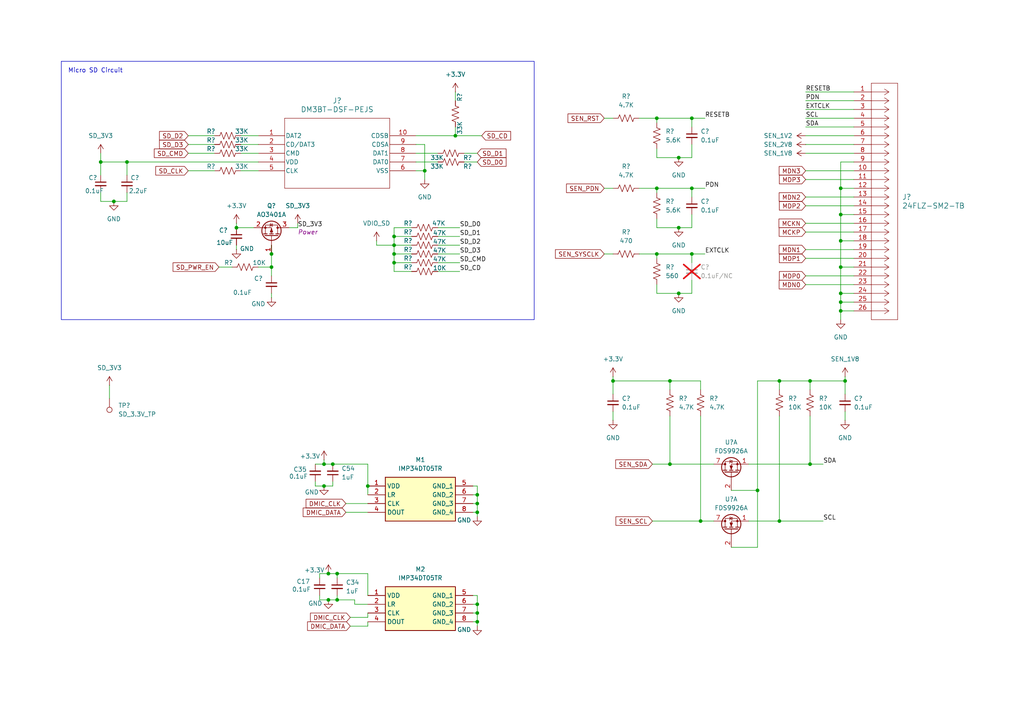
<source format=kicad_sch>
(kicad_sch (version 20250114) (generator "eeschema") (generator_version "9.0")
  (paper "A4")
  (title_block (title "SD CARD /Vidio / Audio / USB"))
  (lib_symbols
    (symbol "2026-01-04_18-57-42:24FLZ-SM2-TB" (pin_names (offset 0.254))
      (property "Reference" "U" (at 8.89 6.35 0))
      (property "Value" "24FLZ-SM2-TB" (at 0 0 0))
      (symbol "24FLZ-SM2-TB_0_1"
        (pin unspecified line (at 0 0 0) (length 5.08) (name "") (number "1"))
        (pin unspecified line (at 0 -2.54 0) (length 5.08) (name "") (number "2"))
        (pin unspecified line (at 0 -5.08 0) (length 5.08) (name "") (number "3"))
        (pin unspecified line (at 0 -7.62 0) (length 5.08) (name "") (number "4"))
        (pin unspecified line (at 0 -10.16 0) (length 5.08) (name "") (number "5"))
        (pin unspecified line (at 0 -12.7 0) (length 5.08) (name "") (number "6"))
        (pin unspecified line (at 0 -15.24 0) (length 5.08) (name "") (number "7"))
        (pin unspecified line (at 0 -17.78 0) (length 5.08) (name "") (number "8"))
        (pin unspecified line (at 0 -20.32 0) (length 5.08) (name "") (number "9"))
        (pin unspecified line (at 0 -22.86 0) (length 5.08) (name "") (number "10"))
        (pin unspecified line (at 0 -25.4 0) (length 5.08) (name "") (number "11"))
        (pin unspecified line (at 0 -27.94 0) (length 5.08) (name "") (number "12"))
        (pin unspecified line (at 0 -30.48 0) (length 5.08) (name "") (number "13"))
        (pin unspecified line (at 0 -33.02 0) (length 5.08) (name "") (number "14"))
        (pin unspecified line (at 0 -35.56 0) (length 5.08) (name "") (number "15"))
        (pin unspecified line (at 0 -38.1 0) (length 5.08) (name "") (number "16"))
        (pin unspecified line (at 0 -40.64 0) (length 5.08) (name "") (number "17"))
        (pin unspecified line (at 0 -43.18 0) (length 5.08) (name "") (number "18"))
        (pin unspecified line (at 0 -45.72 0) (length 5.08) (name "") (number "19"))
        (pin unspecified line (at 0 -48.26 0) (length 5.08) (name "") (number "20"))
        (pin unspecified line (at 0 -50.8 0) (length 5.08) (name "") (number "21"))
        (pin unspecified line (at 0 -53.34 0) (length 5.08) (name "") (number "22"))
        (pin unspecified line (at 0 -55.88 0) (length 5.08) (name "") (number "23"))
        (pin unspecified line (at 0 -58.42 0) (length 5.08) (name "") (number "24"))
        (pin unspecified line (at 0 -60.96 0) (length 5.08) (name "") (number "25"))
        (pin unspecified line (at 0 -63.5 0) (length 5.08) (name "") (number "26"))
      )
    )
    (symbol "2026-01-21_09-53-59:DM3BT-DSF-PEJS" (pin_names (offset 0.254))
      (property "Reference" "J" (at 22.86 10.16 0))
      (property "Value" "DM3BT-DSF-PEJS" (at 22.86 7.62 0))
      (symbol "DM3BT-DSF-PEJS_0_1"
        (pin bidirectional line (at 0 0 0) (length 7.62) (name "DAT2") (number "1"))
        (pin bidirectional line (at 0 -2.54 0) (length 7.62) (name "CD/DAT3") (number "2"))
        (pin unspecified line (at 0 -5.08 0) (length 7.62) (name "CMD") (number "3"))
        (pin power_in line (at 0 -7.62 0) (length 7.62) (name "VDD") (number "4"))
        (pin unspecified line (at 0 -10.16 0) (length 7.62) (name "CLK") (number "5"))
        (pin unspecified line (at 45.72 0 180) (length 7.62) (name "CDSB") (number "10"))
        (pin unspecified line (at 45.72 -2.54 180) (length 7.62) (name "CDSA") (number "9"))
        (pin bidirectional line (at 45.72 -5.08 180) (length 7.62) (name "DAT1") (number "8"))
        (pin bidirectional line (at 45.72 -7.62 180) (length 7.62) (name "DAT0") (number "7"))
        (pin power_out line (at 45.72 -10.16 180) (length 7.62) (name "VSS") (number "6"))
      )
    )
    (symbol "Connector:TestPoint" (pin_numbers (hide yes)) (pin_names (offset 0.762) (hide yes))
      (property "Reference" "TP" (at 0 6.858 0))
      (property "Value" "TestPoint" (at 0 5.08 0))
      (symbol "TestPoint_1_1"
        (pin passive line (at 0 0 90) (length 2.54) (name "1") (number "1"))
      )
    )
    (symbol "Device:C_Small" (pin_numbers (hide yes)) (pin_names (offset 0.254) (hide yes))
      (property "Reference" "C" (at 0.254 1.778 0))
      (property "Value" "C_Small" (at 0.254 -2.032 0))
      (symbol "C_Small_1_1"
        (pin passive line (at 0 2.54 270) (length 2.032) (name "~") (number "1"))
        (pin passive line (at 0 -2.54 90) (length 2.032) (name "~") (number "2"))
      )
    )
    (symbol "Device:R_US" (pin_numbers (hide yes)) (pin_names (offset 0))
      (property "Reference" "R" (at 2.54 0 90))
      (property "Value" "R_US" (at -2.54 0 90))
      (symbol "R_US_1_1"
        (pin passive line (at 0 3.81 270) (length 1.27) (name "~") (number "1"))
        (pin passive line (at 0 -3.81 90) (length 1.27) (name "~") (number "2"))
      )
    )
    (symbol "IMP34DT05TR:IMP34DT05TR"
      (property "Reference" "MK" (at 26.67 7.62 0))
      (property "Value" "IMP34DT05TR" (at 26.67 5.08 0))
      (symbol "IMP34DT05TR_1_1"
        (pin passive line (at 0 0 0) (length 5.08) (name "VDD") (number "1"))
        (pin passive line (at 0 -2.54 0) (length 5.08) (name "LR") (number "2"))
        (pin passive line (at 0 -5.08 0) (length 5.08) (name "CLK") (number "3"))
        (pin passive line (at 0 -7.62 0) (length 5.08) (name "DOUT") (number "4"))
        (pin passive line (at 30.48 0 180) (length 5.08) (name "GND_1") (number "5"))
        (pin passive line (at 30.48 -2.54 180) (length 5.08) (name "GND_2") (number "6"))
        (pin passive line (at 30.48 -5.08 180) (length 5.08) (name "GND_3") (number "7"))
        (pin passive line (at 30.48 -7.62 180) (length 5.08) (name "GND_4") (number "8"))
      )
    )
    (symbol "Transistor_FET:AO3401A" (pin_names (hide yes))
      (property "Reference" "Q" (at 5.08 1.905 0))
      (property "Value" "AO3401A" (at 5.08 0 0))
      (symbol "AO3401A_1_1"
        (pin input line (at -5.08 0 0) (length 2.54) (name "G") (number "1"))
        (pin passive line (at 2.54 5.08 270) (length 2.54) (name "D") (number "3"))
        (pin passive line (at 2.54 -5.08 90) (length 2.54) (name "S") (number "2"))
      )
    )
    (symbol "Transistor_FET:FDS9926A" (pin_names (hide yes))
      (property "Reference" "Q" (at 5.08 1.905 0))
      (property "Value" "FDS9926A" (at 5.08 0 0))
      (symbol "FDS9926A_1_1"
        (pin passive line (at -5.08 0 0) (length 2.54) (name "G1") (number "2"))
        (pin passive line (at 2.54 5.08 270) (length 2.54) (name "D1") (number "7"))
        (pin passive line (at 2.54 5.08 270) (length 2.54) (hide yes) (name "D1") (number "8"))
        (pin passive line (at 2.54 -5.08 90) (length 2.54) (name "S1") (number "1"))
      )
      (symbol "FDS9926A_2_1"
        (pin passive line (at -5.08 0 0) (length 2.54) (name "G2") (number "4"))
        (pin passive line (at 2.54 5.08 270) (length 2.54) (name "D2") (number "5"))
        (pin passive line (at 2.54 5.08 270) (length 2.54) (hide yes) (name "D2") (number "6"))
        (pin passive line (at 2.54 -5.08 90) (length 2.54) (name "S2") (number "3"))
      )
    )
    (symbol "power:+3.3V" (power) (pin_numbers (hide yes)) (pin_names (offset 0) (hide yes))
      (property "Value" "+3.3V" (at 0 3.556 0))
      (symbol "+3.3V_1_1"
        (pin power_in line (at 0 0 90) (length 0) (name "~") (number "1"))
      )
    )
    (symbol "power:GND" (power) (pin_numbers (hide yes)) (pin_names (offset 0) (hide yes))
      (property "Value" "GND" (at 0 -3.81 0))
      (symbol "GND_1_1"
        (pin power_in line (at 0 0 270) (length 0) (name "~") (number "1"))
      )
    )
    (symbol "power:VD" (power) (pin_numbers (hide yes)) (pin_names (offset 0) (hide yes))
      (property "Value" "VD" (at 0 3.556 0))
      (symbol "VD_1_1"
        (pin power_in line (at 0 0 90) (length 0) (name "~") (number "1"))
      )
    )
  )
  (rectangle (start 17.78 17.78) (end 154.94 92.71))
  (text "Micro SD Circuit" (at 27.686 20.574 0) (effects (font (size 1.27 1.27))))
  (junction (at 68.58 66.04))
  (junction (at 243.84 62.23))
  (junction (at 97.79 173.99))
  (junction (at 78.74 73.66))
  (junction (at 138.43 180.34))
  (junction (at 190.5 73.66))
  (junction (at 200.66 34.29))
  (junction (at 138.43 175.26))
  (junction (at 97.79 166.37))
  (junction (at 123.19 49.53))
  (junction (at 194.31 110.49))
  (junction (at 138.43 146.05))
  (junction (at 196.85 85.09))
  (junction (at 96.52 134.62))
  (junction (at 243.84 90.17))
  (junction (at 33.02 58.42))
  (junction (at 200.66 73.66))
  (junction (at 95.25 173.99))
  (junction (at 93.98 140.97))
  (junction (at 114.3 68.58))
  (junction (at 78.74 77.47))
  (junction (at 196.85 45.72))
  (junction (at 132.08 39.37))
  (junction (at 243.84 54.61))
  (junction (at 200.66 54.61))
  (junction (at 196.85 66.04))
  (junction (at 243.84 69.85))
  (junction (at 234.95 110.49))
  (junction (at 245.11 110.49))
  (junction (at 190.5 34.29))
  (junction (at 95.25 166.37))
  (junction (at 226.06 151.13))
  (junction (at 226.06 110.49))
  (junction (at 93.98 134.62))
  (junction (at 177.8 110.49))
  (junction (at 138.43 143.51))
  (junction (at 243.84 85.09))
  (junction (at 106.68 140.97))
  (junction (at 114.3 76.2))
  (junction (at 29.21 46.99))
  (junction (at 194.31 134.62))
  (junction (at 114.3 73.66))
  (junction (at 219.71 142.24))
  (junction (at 36.83 46.99))
  (junction (at 203.2 151.13))
  (junction (at 114.3 71.12))
  (junction (at 243.84 87.63))
  (junction (at 243.84 77.47))
  (junction (at 138.43 148.59))
  (junction (at 138.43 177.8))
  (junction (at 234.95 134.62))
  (junction (at 190.5 54.61))
  (wire (pts (xy 200.66 54.61) (xy 200.66 57.15)))
  (wire (pts (xy 132.08 36.83) (xy 132.08 39.37)))
  (wire (pts (xy 78.74 73.66) (xy 78.74 77.47)))
  (wire (pts (xy 190.5 34.29) (xy 190.5 35.56)))
  (wire (pts (xy 138.43 44.45) (xy 134.62 44.45)))
  (wire (pts (xy 36.83 46.99) (xy 36.83 50.8)))
  (wire (pts (xy 91.44 140.97) (xy 93.98 140.97)))
  (wire (pts (xy 137.16 172.72) (xy 138.43 172.72)))
  (wire (pts (xy 54.61 44.45) (xy 62.23 44.45)))
  (wire (pts (xy 54.61 49.53) (xy 62.23 49.53)))
  (wire (pts (xy 196.85 45.72) (xy 200.66 45.72)))
  (wire (pts (xy 91.44 139.7) (xy 91.44 140.97)))
  (wire (pts (xy 114.3 68.58) (xy 114.3 66.04)))
  (wire (pts (xy 93.98 134.62) (xy 96.52 134.62)))
  (wire (pts (xy 132.08 26.67) (xy 132.08 29.21)))
  (wire (pts (xy 127 68.58) (xy 133.35 68.58)))
  (wire (pts (xy 243.84 87.63) (xy 247.65 87.63)))
  (wire (pts (xy 137.16 143.51) (xy 138.43 143.51)))
  (wire (pts (xy 233.68 52.07) (xy 247.65 52.07)))
  (wire (pts (xy 137.16 180.34) (xy 138.43 180.34)))
  (wire (pts (xy 203.2 151.13) (xy 207.01 151.13)))
  (wire (pts (xy 36.83 46.99) (xy 29.21 46.99)))
  (wire (pts (xy 138.43 175.26) (xy 138.43 177.8)))
  (wire (pts (xy 114.3 73.66) (xy 114.3 71.12)))
  (wire (pts (xy 106.68 140.97) (xy 106.68 134.62)))
  (wire (pts (xy 97.79 173.99) (xy 95.25 173.99)))
  (wire (pts (xy 127 66.04) (xy 133.35 66.04)))
  (wire (pts (xy 175.26 54.61) (xy 177.8 54.61)))
  (wire (pts (xy 196.85 66.04) (xy 200.66 66.04)))
  (wire (pts (xy 93.98 133.35) (xy 93.98 134.62)))
  (wire (pts (xy 200.66 73.66) (xy 200.66 76.2)))
  (wire (pts (xy 78.74 71.12) (xy 78.74 73.66)))
  (wire (pts (xy 233.68 49.53) (xy 247.65 49.53)))
  (wire (pts (xy 106.68 181.61) (xy 106.68 180.34)))
  (wire (pts (xy 106.68 179.07) (xy 106.68 177.8)))
  (wire (pts (xy 92.71 172.72) (xy 92.71 173.99)))
  (wire (pts (xy 137.16 177.8) (xy 138.43 177.8)))
  (wire (pts (xy 68.58 66.04) (xy 73.66 66.04)))
  (wire (pts (xy 234.95 110.49) (xy 245.11 110.49)))
  (wire (pts (xy 127 71.12) (xy 133.35 71.12)))
  (wire (pts (xy 226.06 110.49) (xy 234.95 110.49)))
  (wire (pts (xy 233.68 31.75) (xy 247.65 31.75)))
  (wire (pts (xy 190.5 54.61) (xy 200.66 54.61)))
  (wire (pts (xy 106.68 166.37) (xy 97.79 166.37)))
  (wire (pts (xy 114.3 76.2) (xy 119.38 76.2)))
  (wire (pts (xy 36.83 55.88) (xy 36.83 58.42)))
  (wire (pts (xy 120.65 49.53) (xy 123.19 49.53)))
  (wire (pts (xy 233.68 72.39) (xy 247.65 72.39)))
  (wire (pts (xy 138.43 146.05) (xy 138.43 148.59)))
  (wire (pts (xy 114.3 71.12) (xy 119.38 71.12)))
  (wire (pts (xy 190.5 54.61) (xy 190.5 55.88)))
  (wire (pts (xy 175.26 34.29) (xy 177.8 34.29)))
  (wire (pts (xy 68.58 64.77) (xy 68.58 66.04)))
  (wire (pts (xy 100.33 146.05) (xy 106.68 146.05)))
  (wire (pts (xy 233.68 74.93) (xy 247.65 74.93)))
  (wire (pts (xy 92.71 167.64) (xy 92.71 166.37)))
  (wire (pts (xy 97.79 166.37) (xy 95.25 166.37)))
  (wire (pts (xy 69.85 39.37) (xy 74.93 39.37)))
  (wire (pts (xy 200.66 34.29) (xy 200.66 36.83)))
  (wire (pts (xy 63.5 77.47) (xy 67.31 77.47)))
  (wire (pts (xy 233.68 26.67) (xy 247.65 26.67)))
  (wire (pts (xy 200.66 34.29) (xy 204.47 34.29)))
  (wire (pts (xy 190.5 43.18) (xy 190.5 45.72)))
  (wire (pts (xy 200.66 73.66) (xy 204.47 73.66)))
  (wire (pts (xy 127 73.66) (xy 133.35 73.66)))
  (wire (pts (xy 106.68 134.62) (xy 96.52 134.62)))
  (wire (pts (xy 194.31 110.49) (xy 177.8 110.49)))
  (wire (pts (xy 243.84 90.17) (xy 243.84 92.71)))
  (wire (pts (xy 54.61 41.91) (xy 62.23 41.91)))
  (wire (pts (xy 92.71 166.37) (xy 95.25 166.37)))
  (wire (pts (xy 226.06 113.03) (xy 226.06 110.49)))
  (wire (pts (xy 120.65 46.99) (xy 127 46.99)))
  (wire (pts (xy 97.79 172.72) (xy 97.79 173.99)))
  (wire (pts (xy 226.06 151.13) (xy 238.76 151.13)))
  (wire (pts (xy 36.83 58.42) (xy 33.02 58.42)))
  (wire (pts (xy 185.42 34.29) (xy 190.5 34.29)))
  (wire (pts (xy 132.08 39.37) (xy 139.7 39.37)))
  (wire (pts (xy 137.16 146.05) (xy 138.43 146.05)))
  (wire (pts (xy 233.68 67.31) (xy 247.65 67.31)))
  (wire (pts (xy 54.61 39.37) (xy 62.23 39.37)))
  (wire (pts (xy 74.93 77.47) (xy 78.74 77.47)))
  (wire (pts (xy 190.5 63.5) (xy 190.5 66.04)))
  (wire (pts (xy 217.17 151.13) (xy 226.06 151.13)))
  (wire (pts (xy 219.71 110.49) (xy 226.06 110.49)))
  (wire (pts (xy 203.2 113.03) (xy 203.2 110.49)))
  (wire (pts (xy 233.68 36.83) (xy 247.65 36.83)))
  (wire (pts (xy 29.21 46.99) (xy 29.21 50.8)))
  (wire (pts (xy 245.11 110.49) (xy 245.11 114.3)))
  (wire (pts (xy 78.74 85.09) (xy 78.74 86.36)))
  (wire (pts (xy 109.22 69.85) (xy 109.22 71.12)))
  (wire (pts (xy 69.85 41.91) (xy 74.93 41.91)))
  (wire (pts (xy 101.6 179.07) (xy 106.68 179.07)))
  (wire (pts (xy 137.16 175.26) (xy 138.43 175.26)))
  (wire (pts (xy 194.31 110.49) (xy 194.31 113.03)))
  (wire (pts (xy 234.95 134.62) (xy 238.76 134.62)))
  (wire (pts (xy 185.42 54.61) (xy 190.5 54.61)))
  (wire (pts (xy 92.71 173.99) (xy 95.25 173.99)))
  (wire (pts (xy 233.68 59.69) (xy 247.65 59.69)))
  (wire (pts (xy 68.58 71.12) (xy 68.58 72.39)))
  (wire (pts (xy 243.84 69.85) (xy 247.65 69.85)))
  (wire (pts (xy 175.26 73.66) (xy 177.8 73.66)))
  (wire (pts (xy 102.87 175.26) (xy 106.68 175.26)))
  (wire (pts (xy 200.66 81.28) (xy 200.66 85.09)))
  (wire (pts (xy 138.43 140.97) (xy 138.43 143.51)))
  (wire (pts (xy 101.6 181.61) (xy 106.68 181.61)))
  (wire (pts (xy 31.75 111.76) (xy 31.75 115.57)))
  (wire (pts (xy 247.65 46.99) (xy 243.84 46.99)))
  (wire (pts (xy 93.98 134.62) (xy 91.44 134.62)))
  (wire (pts (xy 86.36 66.04) (xy 86.36 64.77)))
  (wire (pts (xy 29.21 55.88) (xy 29.21 58.42)))
  (wire (pts (xy 123.19 49.53) (xy 123.19 52.07)))
  (wire (pts (xy 106.68 140.97) (xy 106.68 143.51)))
  (wire (pts (xy 120.65 44.45) (xy 127 44.45)))
  (wire (pts (xy 243.84 90.17) (xy 247.65 90.17)))
  (wire (pts (xy 190.5 82.55) (xy 190.5 85.09)))
  (wire (pts (xy 177.8 110.49) (xy 177.8 114.3)))
  (wire (pts (xy 138.43 46.99) (xy 134.62 46.99)))
  (wire (pts (xy 245.11 119.38) (xy 245.11 121.92)))
  (wire (pts (xy 96.52 140.97) (xy 93.98 140.97)))
  (wire (pts (xy 194.31 120.65) (xy 194.31 134.62)))
  (wire (pts (xy 114.3 68.58) (xy 119.38 68.58)))
  (wire (pts (xy 233.68 80.01) (xy 247.65 80.01)))
  (wire (pts (xy 127 78.74) (xy 133.35 78.74)))
  (wire (pts (xy 245.11 109.22) (xy 245.11 110.49)))
  (wire (pts (xy 137.16 140.97) (xy 138.43 140.97)))
  (wire (pts (xy 233.68 57.15) (xy 247.65 57.15)))
  (wire (pts (xy 109.22 71.12) (xy 114.3 71.12)))
  (wire (pts (xy 69.85 49.53) (xy 74.93 49.53)))
  (wire (pts (xy 123.19 41.91) (xy 123.19 49.53)))
  (wire (pts (xy 138.43 177.8) (xy 138.43 180.34)))
  (wire (pts (xy 177.8 109.22) (xy 177.8 110.49)))
  (wire (pts (xy 96.52 139.7) (xy 96.52 140.97)))
  (wire (pts (xy 243.84 62.23) (xy 247.65 62.23)))
  (wire (pts (xy 138.43 172.72) (xy 138.43 175.26)))
  (wire (pts (xy 138.43 143.51) (xy 138.43 146.05)))
  (wire (pts (xy 114.3 66.04) (xy 119.38 66.04)))
  (wire (pts (xy 233.68 29.21) (xy 247.65 29.21)))
  (wire (pts (xy 78.74 77.47) (xy 78.74 80.01)))
  (wire (pts (xy 226.06 120.65) (xy 226.06 151.13)))
  (wire (pts (xy 102.87 173.99) (xy 97.79 173.99)))
  (wire (pts (xy 138.43 148.59) (xy 138.43 149.86)))
  (wire (pts (xy 189.23 134.62) (xy 194.31 134.62)))
  (wire (pts (xy 114.3 78.74) (xy 114.3 76.2)))
  (wire (pts (xy 243.84 85.09) (xy 243.84 87.63)))
  (wire (pts (xy 212.09 142.24) (xy 219.71 142.24)))
  (wire (pts (xy 29.21 58.42) (xy 33.02 58.42)))
  (wire (pts (xy 243.84 77.47) (xy 247.65 77.47)))
  (wire (pts (xy 200.66 54.61) (xy 204.47 54.61)))
  (wire (pts (xy 190.5 66.04) (xy 196.85 66.04)))
  (wire (pts (xy 200.66 62.23) (xy 200.66 66.04)))
  (wire (pts (xy 137.16 148.59) (xy 138.43 148.59)))
  (wire (pts (xy 102.87 175.26) (xy 102.87 173.99)))
  (wire (pts (xy 185.42 73.66) (xy 190.5 73.66)))
  (wire (pts (xy 234.95 113.03) (xy 234.95 110.49)))
  (wire (pts (xy 243.84 85.09) (xy 247.65 85.09)))
  (wire (pts (xy 243.84 69.85) (xy 243.84 77.47)))
  (wire (pts (xy 243.84 54.61) (xy 243.84 62.23)))
  (wire (pts (xy 234.95 120.65) (xy 234.95 134.62)))
  (wire (pts (xy 190.5 85.09) (xy 196.85 85.09)))
  (wire (pts (xy 217.17 134.62) (xy 234.95 134.62)))
  (wire (pts (xy 29.21 46.99) (xy 29.21 44.45)))
  (wire (pts (xy 219.71 142.24) (xy 219.71 110.49)))
  (wire (pts (xy 100.33 148.59) (xy 106.68 148.59)))
  (wire (pts (xy 233.68 39.37) (xy 247.65 39.37)))
  (wire (pts (xy 114.3 73.66) (xy 119.38 73.66)))
  (wire (pts (xy 233.68 41.91) (xy 247.65 41.91)))
  (wire (pts (xy 233.68 34.29) (xy 247.65 34.29)))
  (wire (pts (xy 190.5 73.66) (xy 200.66 73.66)))
  (wire (pts (xy 203.2 120.65) (xy 203.2 151.13)))
  (wire (pts (xy 97.79 167.64) (xy 97.79 166.37)))
  (wire (pts (xy 114.3 76.2) (xy 114.3 73.66)))
  (wire (pts (xy 120.65 39.37) (xy 132.08 39.37)))
  (wire (pts (xy 203.2 110.49) (xy 194.31 110.49)))
  (wire (pts (xy 212.09 158.75) (xy 219.71 158.75)))
  (wire (pts (xy 119.38 78.74) (xy 114.3 78.74)))
  (wire (pts (xy 138.43 180.34) (xy 138.43 181.61)))
  (wire (pts (xy 243.84 87.63) (xy 243.84 90.17)))
  (wire (pts (xy 189.23 151.13) (xy 203.2 151.13)))
  (wire (pts (xy 219.71 158.75) (xy 219.71 142.24)))
  (wire (pts (xy 190.5 45.72) (xy 196.85 45.72)))
  (wire (pts (xy 233.68 82.55) (xy 247.65 82.55)))
  (wire (pts (xy 190.5 73.66) (xy 190.5 74.93)))
  (wire (pts (xy 243.84 62.23) (xy 243.84 69.85)))
  (wire (pts (xy 36.83 46.99) (xy 74.93 46.99)))
  (wire (pts (xy 200.66 41.91) (xy 200.66 45.72)))
  (wire (pts (xy 194.31 134.62) (xy 207.01 134.62)))
  (wire (pts (xy 69.85 44.45) (xy 74.93 44.45)))
  (wire (pts (xy 233.68 44.45) (xy 247.65 44.45)))
  (wire (pts (xy 243.84 77.47) (xy 243.84 85.09)))
  (wire (pts (xy 114.3 71.12) (xy 114.3 68.58)))
  (wire (pts (xy 106.68 172.72) (xy 106.68 166.37)))
  (wire (pts (xy 196.85 85.09) (xy 200.66 85.09)))
  (wire (pts (xy 243.84 54.61) (xy 247.65 54.61)))
  (wire (pts (xy 243.84 46.99) (xy 243.84 54.61)))
  (wire (pts (xy 127 76.2) (xy 133.35 76.2)))
  (wire (pts (xy 83.82 66.04) (xy 86.36 66.04)))
  (wire (pts (xy 120.65 41.91) (xy 123.19 41.91)))
  (wire (pts (xy 233.68 64.77) (xy 247.65 64.77)))
  (wire (pts (xy 177.8 119.38) (xy 177.8 121.92)))
  (wire (pts (xy 190.5 34.29) (xy 200.66 34.29)))
  (label "SD_CD" (at 133.35 78.74 0))
  (label "PDN" (at 233.68 29.21 0))
  (label "SD_D1" (at 133.35 68.58 0))
  (label "EXTCLK" (at 233.68 31.75 0))
  (label "SD_3V3" (at 86.36 66.04 0) (property "Netclass" "Power" (at 86.36 67.31 0) (effects (font (italic yes)) (justify left))))
  (label "SD_D2" (at 133.35 71.12 0))
  (label "SD_D3" (at 133.35 73.66 0))
  (label "SCL" (at 238.76 151.13 0))
  (label "RESETB" (at 204.47 34.29 0))
  (label "EXTCLK" (at 204.47 73.66 0))
  (label "SD_D0" (at 133.35 66.04 0))
  (label "SDA" (at 238.76 134.62 0))
  (label "SDA" (at 233.68 36.83 0))
  (label "RESETB" (at 233.68 26.67 0))
  (label "SD_CMD" (at 133.35 76.2 0))
  (label "SCL" (at 233.68 34.29 0))
  (label "PDN" (at 204.47 54.61 0))
  (global_label "MDN1" (shape input) (at 233.68 72.39 180) (property "Intersheetrefs" "${INTERSHEET_REFS}" (effects (hide yes))))
  (global_label "MDP1" (shape input) (at 233.68 74.93 180) (property "Intersheetrefs" "${INTERSHEET_REFS}" (effects (hide yes))))
  (global_label "MDN0" (shape input) (at 233.68 82.55 180) (property "Intersheetrefs" "${INTERSHEET_REFS}" (effects (hide yes))))
  (global_label "SD_CD" (shape input) (at 139.7 39.37 0) (property "Intersheetrefs" "${INTERSHEET_REFS}" (effects (hide yes))))
  (global_label "SD_D3" (shape input) (at 54.61 41.91 180) (property "Intersheetrefs" "${INTERSHEET_REFS}" (effects (hide yes))))
  (global_label "MDN3" (shape input) (at 233.68 49.53 180) (property "Intersheetrefs" "${INTERSHEET_REFS}" (effects (hide yes))))
  (global_label "MDP0" (shape input) (at 233.68 80.01 180) (property "Intersheetrefs" "${INTERSHEET_REFS}" (effects (hide yes))))
  (global_label "MDP3" (shape input) (at 233.68 52.07 180) (property "Intersheetrefs" "${INTERSHEET_REFS}" (effects (hide yes))))
  (global_label "DMIC_CLK" (shape input) (at 100.33 146.05 180) (property "Intersheetrefs" "${INTERSHEET_REFS}" (effects (hide yes))))
  (global_label "SD_D1" (shape input) (at 138.43 44.45 0) (property "Intersheetrefs" "${INTERSHEET_REFS}" (effects (hide yes))))
  (global_label "MCKN" (shape input) (at 233.68 64.77 180) (property "Intersheetrefs" "${INTERSHEET_REFS}" (effects (hide yes))))
  (global_label "SD_PWR_EN" (shape input) (at 63.5 77.47 180) (property "Intersheetrefs" "${INTERSHEET_REFS}" (effects (hide yes))))
  (global_label "SEN_RST" (shape input) (at 175.26 34.29 180) (property "Intersheetrefs" "${INTERSHEET_REFS}" (effects (hide yes))))
  (global_label "SEN_SYSCLK" (shape input) (at 175.26 73.66 180) (property "Intersheetrefs" "${INTERSHEET_REFS}" (effects (hide yes))))
  (global_label "SD_D0" (shape input) (at 138.43 46.99 0) (property "Intersheetrefs" "${INTERSHEET_REFS}" (effects (hide yes))))
  (global_label "SD_CLK" (shape input) (at 54.61 49.53 180) (property "Intersheetrefs" "${INTERSHEET_REFS}" (effects (hide yes))))
  (global_label "SEN_SCL" (shape input) (at 189.23 151.13 180) (property "Intersheetrefs" "${INTERSHEET_REFS}" (effects (hide yes))))
  (global_label "MDP2" (shape input) (at 233.68 59.69 180) (property "Intersheetrefs" "${INTERSHEET_REFS}" (effects (hide yes))))
  (global_label "SEN_PDN" (shape input) (at 175.26 54.61 180) (property "Intersheetrefs" "${INTERSHEET_REFS}" (effects (hide yes))))
  (global_label "SD_D2" (shape input) (at 54.61 39.37 180) (property "Intersheetrefs" "${INTERSHEET_REFS}" (effects (hide yes))))
  (global_label "DMIC_DATA" (shape input) (at 101.6 181.61 180) (property "Intersheetrefs" "${INTERSHEET_REFS}" (effects (hide yes))))
  (global_label "DMIC_CLK" (shape input) (at 101.6 179.07 180) (property "Intersheetrefs" "${INTERSHEET_REFS}" (effects (hide yes))))
  (global_label "SD_CMD" (shape input) (at 54.61 44.45 180) (property "Intersheetrefs" "${INTERSHEET_REFS}" (effects (hide yes))))
  (global_label "MCKP" (shape input) (at 233.68 67.31 180) (property "Intersheetrefs" "${INTERSHEET_REFS}" (effects (hide yes))))
  (global_label "MDN2" (shape input) (at 233.68 57.15 180) (property "Intersheetrefs" "${INTERSHEET_REFS}" (effects (hide yes))))
  (global_label "SEN_SDA" (shape input) (at 189.23 134.62 180) (property "Intersheetrefs" "${INTERSHEET_REFS}" (effects (hide yes))))
  (global_label "DMIC_DATA" (shape input) (at 100.33 148.59 180) (property "Intersheetrefs" "${INTERSHEET_REFS}" (effects (hide yes))))
  (symbol (lib_id "Device:R_US") (at 66.04 44.45 90) (unit 1)
    (property "Reference" "R?" (at 61.214 43.18 90))
    (property "Value" "33K" (at 70.104 43.18 90))
    (property "Footprint" "Resistor_SMD:R_0201_0603Metric_Pad0.64x0.40mm_HandSolder" (effects (hide yes)))
    (property "Description" "Resistor, US symbol" (effects (hide yes)))
  )
  (symbol (lib_id "power:VD") (at 109.22 69.85 0) (unit 1)
    (property "Reference" "#PWR?" (effects (hide yes)))
    (property "Value" "VDIO_SD" (at 109.22 64.77 0))
    (property "Description" "Power symbol creates a global label with name \"VD\"" (effects (hide yes)))
  )
  (symbol (lib_id "power:+3.3V") (at 245.11 109.22 0) (unit 1)
    (property "Reference" "#PWR?" (effects (hide yes)))
    (property "Value" "SEN_1V8" (at 245.11 104.14 0))
    (property "Description" "Power symbol creates a global label with name \"+3.3V\"" (effects (hide yes)))
  )
  (symbol (lib_id "Device:R_US") (at 123.19 73.66 90) (unit 1)
    (property "Reference" "R?" (at 118.364 72.39 90))
    (property "Value" "47K" (at 127.508 72.644 90))
    (property "Footprint" "Resistor_SMD:R_0201_0603Metric_Pad0.64x0.40mm_HandSolder" (effects (hide yes)))
    (property "Description" "Resistor, US symbol" (effects (hide yes)))
  )
  (symbol (lib_id "power:+3.3V") (at 95.25 166.37 0) (unit 1)
    (property "Reference" "#PWR02" (effects (hide yes)))
    (property "Value" "+3.3V" (at 91.186 165.354 0))
    (property "Description" "Power symbol creates a global label with name \"+3.3V\"" (effects (hide yes)))
  )
  (symbol (lib_id "power:GND") (at 123.19 52.07 0) (unit 1)
    (property "Reference" "#PWR?" (effects (hide yes)))
    (property "Value" "GND" (at 123.19 57.15 0))
    (property "Description" "Power symbol creates a global label with name \"GND\" , ground" (effects (hide yes)))
  )
  (symbol (lib_id "Transistor_FET:AO3401A") (at 78.74 68.58 270) (mirror x) (unit 1)
    (property "Reference" "Q?" (at 78.74 59.69 90))
    (property "Value" "AO3401A" (at 78.74 62.23 90))
    (property "Footprint" "Package_TO_SOT_SMD:SOT-23" (effects (hide yes)))
    (property "Datasheet" "http://www.aosmd.com/pdfs/datasheet/AO3401A.pdf" (effects (hide yes)))
    (property "Description" "-4.0A Id, -30V Vds, P-Channel MOSFET, SOT-23" (effects (hide yes)))
  )
  (symbol (lib_id "power:+3.3V") (at 132.08 26.67 0) (unit 1)
    (property "Reference" "#PWR?" (effects (hide yes)))
    (property "Value" "+3.3V" (at 132.08 21.59 0))
    (property "Description" "Power symbol creates a global label with name \"+3.3V\"" (effects (hide yes)))
  )
  (symbol (lib_id "Device:R_US") (at 190.5 39.37 0) (unit 1)
    (property "Reference" "R?" (at 193.04 38.0999 0) (effects (justify left)))
    (property "Value" "5.6K" (at 193.04 40.6399 0) (effects (justify left)))
    (property "Footprint" "Resistor_SMD:R_0201_0603Metric_Pad0.64x0.40mm_HandSolder" (effects (hide yes)))
    (property "Description" "Resistor, US symbol" (effects (hide yes)))
  )
  (symbol (lib_id "Device:R_US") (at 226.06 116.84 0) (unit 1)
    (property "Reference" "R?" (at 228.6 115.5699 0) (effects (justify left)))
    (property "Value" "10K" (at 228.6 118.1099 0) (effects (justify left)))
    (property "Footprint" "Resistor_SMD:R_0201_0603Metric_Pad0.64x0.40mm_HandSolder" (effects (hide yes)))
    (property "Description" "Resistor, US symbol" (effects (hide yes)))
  )
  (symbol (lib_id "power:+3.3V") (at 31.75 111.76 0) (unit 1)
    (property "Reference" "#PWR?" (effects (hide yes)))
    (property "Value" "SD_3V3" (at 31.75 106.68 0))
    (property "Description" "Power symbol creates a global label with name \"+3.3V\"" (effects (hide yes)))
  )
  (symbol (lib_id "power:GND") (at 33.02 58.42 0) (unit 1)
    (property "Reference" "#PWR?" (effects (hide yes)))
    (property "Value" "GND" (at 33.02 63.5 0))
    (property "Description" "Power symbol creates a global label with name \"GND\" , ground" (effects (hide yes)))
  )
  (symbol (lib_id "power:GND") (at 196.85 45.72 0) (unit 1)
    (property "Reference" "#PWR?" (effects (hide yes)))
    (property "Value" "GND" (at 196.85 50.8 0))
    (property "Description" "Power symbol creates a global label with name \"GND\" , ground" (effects (hide yes)))
  )
  (symbol (lib_id "power:+3.3V") (at 233.68 44.45 90) (unit 1)
    (property "Reference" "#PWR?" (effects (hide yes)))
    (property "Value" "SEN_1V8" (at 229.87 44.4499 90) (effects (justify left)))
    (property "Description" "Power symbol creates a global label with name \"+3.3V\"" (effects (hide yes)))
  )
  (symbol (lib_id "Device:R_US") (at 181.61 73.66 270) (unit 1)
    (property "Reference" "R?" (at 181.61 67.31 90))
    (property "Value" "470" (at 181.61 69.85 90))
    (property "Footprint" "Resistor_SMD:R_0201_0603Metric_Pad0.64x0.40mm_HandSolder" (effects (hide yes)))
    (property "Description" "Resistor, US symbol" (effects (hide yes)))
  )
  (symbol (lib_id "Device:R_US") (at 130.81 44.45 270) (unit 1)
    (property "Reference" "R?" (at 135.636 45.72 90))
    (property "Value" "33K" (at 126.746 45.72 90))
    (property "Footprint" "Resistor_SMD:R_0201_0603Metric_Pad0.64x0.40mm_HandSolder" (effects (hide yes)))
    (property "Description" "Resistor, US symbol" (effects (hide yes)))
  )
  (symbol (lib_id "Device:C_Small") (at 200.66 78.74 0) (unit 1) (dnp yes)
    (property "Reference" "C?" (at 203.2 77.4762 0) (effects (justify left)))
    (property "Value" "0.1uF/NC" (at 203.2 80.0162 0) (effects (justify left)))
    (property "Footprint" "Capacitor_SMD:C_0201_0603Metric_Pad0.64x0.40mm_HandSolder" (effects (hide yes)))
    (property "Description" "Unpolarized capacitor, small symbol" (effects (hide yes)))
  )
  (symbol (lib_id "2026-01-21_09-53-59:DM3BT-DSF-PEJS") (at 74.93 39.37 0) (unit 1)
    (property "Reference" "J?" (at 97.79 29.21 0) (effects (font (size 1.524 1.524))))
    (property "Value" "DM3BT-DSF-PEJS" (at 97.79 31.75 0) (effects (font (size 1.524 1.524))))
    (property "Footprint" "DM3BT-DSF-PEJS_HIR" (effects (hide yes)))
    (property "Datasheet" "DM3BT-DSF-PEJS" (effects (hide yes)))
  )
  (symbol (lib_id "Device:R_US") (at 132.08 33.02 0) (unit 1)
    (property "Reference" "R?" (at 133.35 28.194 90))
    (property "Value" "33K" (at 133.35 37.084 90))
    (property "Footprint" "Resistor_SMD:R_0201_0603Metric_Pad0.64x0.40mm_HandSolder" (effects (hide yes)))
    (property "Description" "Resistor, US symbol" (effects (hide yes)))
  )
  (symbol (lib_id "IMP34DT05TR:IMP34DT05TR") (at 106.68 172.72 0) (unit 1)
    (property "Reference" "M2" (at 121.92 165.1 0))
    (property "Value" "IMP34DT05TR" (at 121.92 167.64 0))
    (property "Footprint" "IMP34DT05TR" (effects (hide yes)))
    (property "Datasheet" "https://www.st.com/resource/en/datasheet/imp34dt05.pdf" (effects (hide yes)))
    (property "Description" "MEMS MICROPHONE, 26 dBFS +/-3 dB sensitivity,  AOP = 122.5 dBSPL, -40 TO 85DEG C, HCLGA 4LD (3x4x1 mm)" (effects (hide yes)))
    (property "Height" "1.1" (effects (hide yes)))
    (property "Manufacturer_Name" "STMicroelectronics" (effects (hide yes)))
    (property "Manufacturer_Part_Number" "IMP34DT05TR" (effects (hide yes)))
    (property "Mouser Part Number" "511-IMP34DT05TR" (effects (hide yes)))
    (property "Mouser Price/Stock" "https://www.mouser.co.uk/ProductDetail/STMicroelectronics/IMP34DT05TR?qs=lc2O%252BfHJPVYJTJMgST93Ng%3D%3D" (effects (hide yes)))
    (property "Arrow Part Number" "IMP34DT05TR" (effects (hide yes)))
    (property "Arrow Price/Stock" "https://www.arrow.com/en/products/imp34dt05tr/stmicroelectronics?utm_currency=USD&region=europe" (effects (hide yes)))
  )
  (symbol (lib_id "Device:C_Small") (at 245.11 116.84 0) (unit 1)
    (property "Reference" "C?" (at 247.65 115.5762 0) (effects (justify left)))
    (property "Value" "0.1uF" (at 247.65 118.1162 0) (effects (justify left)))
    (property "Footprint" "Capacitor_SMD:C_0201_0603Metric_Pad0.64x0.40mm_HandSolder" (effects (hide yes)))
    (property "Description" "Unpolarized capacitor, small symbol" (effects (hide yes)))
  )
  (symbol (lib_id "power:+3.3V") (at 233.68 39.37 90) (unit 1)
    (property "Reference" "#PWR?" (effects (hide yes)))
    (property "Value" "SEN_1V2" (at 229.87 39.3699 90) (effects (justify left)))
    (property "Description" "Power symbol creates a global label with name \"+3.3V\"" (effects (hide yes)))
  )
  (symbol (lib_id "Transistor_FET:FDS9926A") (at 212.09 137.16 90) (unit 1)
    (property "Reference" "U?" (at 212.09 128.27 90))
    (property "Value" "FDS9926A" (at 212.09 130.81 90))
    (property "Footprint" "Package_SO:SOIC-8_3.9x4.9mm_P1.27mm" (effects (hide yes)))
    (property "Datasheet" "https://www.onsemi.com/pub/Collateral/FDS9926A-D.pdf" (effects (hide yes)))
    (property "Description" "6.5A Id, 20V Vds, Dual N-Channel MOSFET, 30mOhm Ron, SO-8" (effects (hide yes)))
  )
  (symbol (lib_id "Device:C_Small") (at 96.52 137.16 180) (unit 1)
    (property "Reference" "C54" (at 99.06 135.8835 0) (effects (justify right)))
    (property "Value" "1uF" (at 99.06 138.4235 0) (effects (justify right)))
    (property "Footprint" "Capacitor_SMD:C_0201_0603Metric_Pad0.64x0.40mm_HandSolder" (effects (hide yes)))
    (property "Description" "Unpolarized capacitor, small symbol" (effects (hide yes)))
  )
  (symbol (lib_id "Device:R_US") (at 130.81 46.99 270) (unit 1)
    (property "Reference" "R?" (at 135.636 48.26 90))
    (property "Value" "33K" (at 126.746 48.26 90))
    (property "Footprint" "Resistor_SMD:R_0201_0603Metric_Pad0.64x0.40mm_HandSolder" (effects (hide yes)))
    (property "Description" "Resistor, US symbol" (effects (hide yes)))
  )
  (symbol (lib_id "power:GND") (at 177.8 121.92 0) (unit 1)
    (property "Reference" "#PWR?" (effects (hide yes)))
    (property "Value" "GND" (at 177.8 127 0))
    (property "Description" "Power symbol creates a global label with name \"GND\" , ground" (effects (hide yes)))
  )
  (symbol (lib_id "Device:C_Small") (at 78.74 82.55 0) (unit 1)
    (property "Reference" "C?" (at 73.66 80.772 0) (effects (justify left)))
    (property "Value" "0.1uF" (at 67.564 84.836 0) (effects (justify left)))
    (property "Footprint" "Capacitor_SMD:C_0201_0603Metric_Pad0.64x0.40mm_HandSolder" (effects (hide yes)))
    (property "Description" "Unpolarized capacitor, small symbol" (effects (hide yes)))
  )
  (symbol (lib_id "Device:C_Small") (at 68.58 68.58 0) (unit 1)
    (property "Reference" "C?" (at 63.5 66.802 0) (effects (justify left)))
    (property "Value" "10uF" (at 62.738 70.358 0) (effects (justify left)))
    (property "Footprint" "Capacitor_SMD:C_0201_0603Metric_Pad0.64x0.40mm_HandSolder" (effects (hide yes)))
    (property "Description" "Unpolarized capacitor, small symbol" (effects (hide yes)))
  )
  (symbol (lib_id "Device:R_US") (at 123.19 66.04 90) (unit 1)
    (property "Reference" "R?" (at 118.364 64.77 90))
    (property "Value" "47K" (at 127.254 64.77 90))
    (property "Footprint" "Resistor_SMD:R_0201_0603Metric_Pad0.64x0.40mm_HandSolder" (effects (hide yes)))
    (property "Description" "Resistor, US symbol" (effects (hide yes)))
  )
  (symbol (lib_id "Device:R_US") (at 181.61 34.29 270) (unit 1)
    (property "Reference" "R?" (at 181.61 27.94 90))
    (property "Value" "4.7K" (at 181.61 30.48 90))
    (property "Footprint" "Resistor_SMD:R_0201_0603Metric_Pad0.64x0.40mm_HandSolder" (effects (hide yes)))
    (property "Description" "Resistor, US symbol" (effects (hide yes)))
  )
  (symbol (lib_id "power:GND") (at 78.74 86.36 0) (unit 1)
    (property "Reference" "#PWR?" (effects (hide yes)))
    (property "Value" "GND" (at 74.93 88.138 0))
    (property "Description" "Power symbol creates a global label with name \"GND\" , ground" (effects (hide yes)))
  )
  (symbol (lib_id "power:GND") (at 243.84 92.71 0) (unit 1)
    (property "Reference" "#PWR?" (effects (hide yes)))
    (property "Value" "GND" (at 243.84 97.79 0))
    (property "Description" "Power symbol creates a global label with name \"GND\" , ground" (effects (hide yes)))
  )
  (symbol (lib_id "IMP34DT05TR:IMP34DT05TR") (at 106.68 140.97 0) (unit 1)
    (property "Reference" "M1" (at 121.92 133.35 0))
    (property "Value" "IMP34DT05TR" (at 121.92 135.89 0))
    (property "Footprint" "IMP34DT05TR" (effects (hide yes)))
    (property "Datasheet" "https://www.st.com/resource/en/datasheet/imp34dt05.pdf" (effects (hide yes)))
    (property "Description" "MEMS MICROPHONE, 26 dBFS +/-3 dB sensitivity,  AOP = 122.5 dBSPL, -40 TO 85DEG C, HCLGA 4LD (3x4x1 mm)" (effects (hide yes)))
    (property "Height" "1.1" (effects (hide yes)))
    (property "Manufacturer_Name" "STMicroelectronics" (effects (hide yes)))
    (property "Manufacturer_Part_Number" "IMP34DT05TR" (effects (hide yes)))
    (property "Mouser Part Number" "511-IMP34DT05TR" (effects (hide yes)))
    (property "Mouser Price/Stock" "https://www.mouser.co.uk/ProductDetail/STMicroelectronics/IMP34DT05TR?qs=lc2O%252BfHJPVYJTJMgST93Ng%3D%3D" (effects (hide yes)))
    (property "Arrow Part Number" "IMP34DT05TR" (effects (hide yes)))
    (property "Arrow Price/Stock" "https://www.arrow.com/en/products/imp34dt05tr/stmicroelectronics?utm_currency=USD&region=europe" (effects (hide yes)))
  )
  (symbol (lib_id "Device:R_US") (at 123.19 76.2 90) (unit 1)
    (property "Reference" "R?" (at 118.364 74.93 90))
    (property "Value" "47K" (at 127.508 75.184 90))
    (property "Footprint" "Resistor_SMD:R_0201_0603Metric_Pad0.64x0.40mm_HandSolder" (effects (hide yes)))
    (property "Description" "Resistor, US symbol" (effects (hide yes)))
  )
  (symbol (lib_id "Device:R_US") (at 181.61 54.61 270) (unit 1)
    (property "Reference" "R?" (at 181.61 48.26 90))
    (property "Value" "4.7K" (at 181.61 50.8 90))
    (property "Footprint" "Resistor_SMD:R_0201_0603Metric_Pad0.64x0.40mm_HandSolder" (effects (hide yes)))
    (property "Description" "Resistor, US symbol" (effects (hide yes)))
  )
  (symbol (lib_id "Transistor_FET:FDS9926A") (at 212.09 153.67 90) (unit 1)
    (property "Reference" "U?" (at 212.09 144.78 90))
    (property "Value" "FDS9926A" (at 212.09 147.32 90))
    (property "Footprint" "Package_SO:SOIC-8_3.9x4.9mm_P1.27mm" (effects (hide yes)))
    (property "Datasheet" "https://www.onsemi.com/pub/Collateral/FDS9926A-D.pdf" (effects (hide yes)))
    (property "Description" "6.5A Id, 20V Vds, Dual N-Channel MOSFET, 30mOhm Ron, SO-8" (effects (hide yes)))
  )
  (symbol (lib_id "power:GND") (at 196.85 85.09 0) (unit 1)
    (property "Reference" "#PWR?" (effects (hide yes)))
    (property "Value" "GND" (at 196.85 90.17 0))
    (property "Description" "Power symbol creates a global label with name \"GND\" , ground" (effects (hide yes)))
  )
  (symbol (lib_id "power:+3.3V") (at 29.21 44.45 0) (unit 1)
    (property "Reference" "#PWR?" (effects (hide yes)))
    (property "Value" "SD_3V3" (at 29.21 39.37 0))
    (property "Description" "Power symbol creates a global label with name \"+3.3V\"" (effects (hide yes)))
  )
  (symbol (lib_id "Connector:TestPoint") (at 31.75 115.57 180) (unit 1)
    (property "Reference" "TP?" (at 34.29 117.6019 0) (effects (justify right)))
    (property "Value" "SD_3.3V_TP" (at 34.29 120.1419 0) (effects (justify right)))
    (property "Footprint" "TestPoint:TestPoint_Pad_D1.5mm" (effects (hide yes)))
    (property "Description" "test point" (effects (hide yes)))
  )
  (symbol (lib_id "power:GND") (at 196.85 66.04 0) (unit 1)
    (property "Reference" "#PWR?" (effects (hide yes)))
    (property "Value" "GND" (at 196.85 71.12 0))
    (property "Description" "Power symbol creates a global label with name \"GND\" , ground" (effects (hide yes)))
  )
  (symbol (lib_id "Device:C_Small") (at 177.8 116.84 0) (unit 1)
    (property "Reference" "C?" (at 180.34 115.5762 0) (effects (justify left)))
    (property "Value" "0.1uF" (at 180.34 118.1162 0) (effects (justify left)))
    (property "Footprint" "Capacitor_SMD:C_0201_0603Metric_Pad0.64x0.40mm_HandSolder" (effects (hide yes)))
    (property "Description" "Unpolarized capacitor, small symbol" (effects (hide yes)))
  )
  (symbol (lib_id "power:GND") (at 68.58 72.39 0) (unit 1)
    (property "Reference" "#PWR?" (effects (hide yes)))
    (property "Value" "GND" (at 71.628 72.136 0))
    (property "Description" "Power symbol creates a global label with name \"GND\" , ground" (effects (hide yes)))
  )
  (symbol (lib_id "Device:R_US") (at 190.5 78.74 0) (unit 1)
    (property "Reference" "R?" (at 193.04 77.4699 0) (effects (justify left)))
    (property "Value" "560" (at 193.04 80.0099 0) (effects (justify left)))
    (property "Footprint" "Resistor_SMD:R_0201_0603Metric_Pad0.64x0.40mm_HandSolder" (effects (hide yes)))
    (property "Description" "Resistor, US symbol" (effects (hide yes)))
  )
  (symbol (lib_id "Device:C_Small") (at 92.71 170.18 180) (unit 1)
    (property "Reference" "C17" (at 89.916 168.656 0) (effects (justify left)))
    (property "Value" "0.1uF" (at 90.17 170.942 0) (effects (justify left)))
    (property "Footprint" "Capacitor_SMD:C_0201_0603Metric_Pad0.64x0.40mm_HandSolder" (effects (hide yes)))
    (property "Description" "Unpolarized capacitor, small symbol" (effects (hide yes)))
  )
  (symbol (lib_id "Device:R_US") (at 66.04 41.91 90) (unit 1)
    (property "Reference" "R?" (at 61.214 40.64 90))
    (property "Value" "33K" (at 70.104 40.64 90))
    (property "Footprint" "Resistor_SMD:R_0201_0603Metric_Pad0.64x0.40mm_HandSolder" (effects (hide yes)))
    (property "Description" "Resistor, US symbol" (effects (hide yes)))
  )
  (symbol (lib_id "power:+3.3V") (at 68.58 64.77 0) (unit 1)
    (property "Reference" "#PWR?" (effects (hide yes)))
    (property "Value" "+3.3V" (at 68.58 59.69 0))
    (property "Description" "Power symbol creates a global label with name \"+3.3V\"" (effects (hide yes)))
  )
  (symbol (lib_id "Device:C_Small") (at 200.66 59.69 0) (unit 1)
    (property "Reference" "C?" (at 203.2 58.4262 0) (effects (justify left)))
    (property "Value" "0.1uF" (at 203.2 60.9662 0) (effects (justify left)))
    (property "Footprint" "Capacitor_SMD:C_0201_0603Metric_Pad0.64x0.40mm_HandSolder" (effects (hide yes)))
    (property "Description" "Unpolarized capacitor, small symbol" (effects (hide yes)))
  )
  (symbol (lib_id "Device:R_US") (at 123.19 68.58 90) (unit 1)
    (property "Reference" "R?" (at 118.364 67.31 90))
    (property "Value" "47K" (at 127.508 67.564 90))
    (property "Footprint" "Resistor_SMD:R_0201_0603Metric_Pad0.64x0.40mm_HandSolder" (effects (hide yes)))
    (property "Description" "Resistor, US symbol" (effects (hide yes)))
  )
  (symbol (lib_id "Device:R_US") (at 190.5 59.69 0) (unit 1)
    (property "Reference" "R?" (at 193.04 58.4199 0) (effects (justify left)))
    (property "Value" "5.6K" (at 193.04 60.9599 0) (effects (justify left)))
    (property "Footprint" "Resistor_SMD:R_0201_0603Metric_Pad0.64x0.40mm_HandSolder" (effects (hide yes)))
    (property "Description" "Resistor, US symbol" (effects (hide yes)))
  )
  (symbol (lib_id "Device:R_US") (at 66.04 39.37 90) (unit 1)
    (property "Reference" "R?" (at 61.214 38.1 90))
    (property "Value" "33K" (at 70.104 38.1 90))
    (property "Footprint" "Resistor_SMD:R_0201_0603Metric_Pad0.64x0.40mm_HandSolder" (effects (hide yes)))
    (property "Description" "Resistor, US symbol" (effects (hide yes)))
  )
  (symbol (lib_id "Device:C_Small") (at 29.21 53.34 0) (unit 1)
    (property "Reference" "C?" (at 25.654 51.562 0) (effects (justify left)))
    (property "Value" "0.1uF" (at 24.638 55.372 0) (effects (justify left)))
    (property "Footprint" "Capacitor_SMD:C_0201_0603Metric_Pad0.64x0.40mm_HandSolder" (effects (hide yes)))
    (property "Description" "Unpolarized capacitor, small symbol" (effects (hide yes)))
  )
  (symbol (lib_id "Device:R_US") (at 234.95 116.84 0) (unit 1)
    (property "Reference" "R?" (at 237.49 115.5699 0) (effects (justify left)))
    (property "Value" "10K" (at 237.49 118.1099 0) (effects (justify left)))
    (property "Footprint" "Resistor_SMD:R_0201_0603Metric_Pad0.64x0.40mm_HandSolder" (effects (hide yes)))
    (property "Description" "Resistor, US symbol" (effects (hide yes)))
  )
  (symbol (lib_id "power:GND") (at 245.11 121.92 0) (unit 1)
    (property "Reference" "#PWR?" (effects (hide yes)))
    (property "Value" "GND" (at 245.11 127 0))
    (property "Description" "Power symbol creates a global label with name \"GND\" , ground" (effects (hide yes)))
  )
  (symbol (lib_id "Device:C_Small") (at 36.83 53.34 0) (unit 1)
    (property "Reference" "C?" (at 37.846 51.562 0) (effects (justify left)))
    (property "Value" "2.2uF" (at 37.338 55.372 0) (effects (justify left)))
    (property "Footprint" "Capacitor_SMD:C_0201_0603Metric_Pad0.64x0.40mm_HandSolder" (effects (hide yes)))
    (property "Description" "Unpolarized capacitor, small symbol" (effects (hide yes)))
  )
  (symbol (lib_id "Device:R_US") (at 203.2 116.84 0) (unit 1)
    (property "Reference" "R?" (at 205.74 115.5699 0) (effects (justify left)))
    (property "Value" "4.7K" (at 205.74 118.1099 0) (effects (justify left)))
    (property "Footprint" "Resistor_SMD:R_0201_0603Metric_Pad0.64x0.40mm_HandSolder" (effects (hide yes)))
    (property "Description" "Resistor, US symbol" (effects (hide yes)))
  )
  (symbol (lib_id "Device:R_US") (at 71.12 77.47 90) (unit 1)
    (property "Reference" "R?" (at 66.294 76.2 90))
    (property "Value" "10K" (at 75.184 76.2 90))
    (property "Footprint" "Resistor_SMD:R_0201_0603Metric_Pad0.64x0.40mm_HandSolder" (effects (hide yes)))
    (property "Description" "Resistor, US symbol" (effects (hide yes)))
  )
  (symbol (lib_id "power:+3.3V") (at 177.8 109.22 0) (unit 1)
    (property "Reference" "#PWR?" (effects (hide yes)))
    (property "Value" "+3.3V" (at 177.8 104.14 0))
    (property "Description" "Power symbol creates a global label with name \"+3.3V\"" (effects (hide yes)))
  )
  (symbol (lib_id "power:+3.3V") (at 233.68 41.91 90) (unit 1)
    (property "Reference" "#PWR?" (effects (hide yes)))
    (property "Value" "SEN_2V8" (at 229.87 41.9099 90) (effects (justify left)))
    (property "Description" "Power symbol creates a global label with name \"+3.3V\"" (effects (hide yes)))
  )
  (symbol (lib_id "power:GND") (at 138.43 181.61 0) (unit 1)
    (property "Reference" "#PWR04" (effects (hide yes)))
    (property "Value" "GND" (at 134.62 182.626 0))
    (property "Description" "Power symbol creates a global label with name \"GND\" , ground" (effects (hide yes)))
  )
  (symbol (lib_id "Device:R_US") (at 194.31 116.84 0) (unit 1)
    (property "Reference" "R?" (at 196.85 115.5699 0) (effects (justify left)))
    (property "Value" "4.7K" (at 196.85 118.1099 0) (effects (justify left)))
    (property "Footprint" "Resistor_SMD:R_0201_0603Metric_Pad0.64x0.40mm_HandSolder" (effects (hide yes)))
    (property "Description" "Resistor, US symbol" (effects (hide yes)))
  )
  (symbol (lib_id "power:GND") (at 95.25 173.99 0) (unit 1)
    (property "Reference" "#PWR0141" (effects (hide yes)))
    (property "Value" "GND" (at 91.44 175.006 0))
    (property "Description" "Power symbol creates a global label with name \"GND\" , ground" (effects (hide yes)))
  )
  (symbol (lib_id "Device:R_US") (at 123.19 71.12 90) (unit 1)
    (property "Reference" "R?" (at 118.364 69.85 90))
    (property "Value" "47K" (at 127.508 70.104 90))
    (property "Footprint" "Resistor_SMD:R_0201_0603Metric_Pad0.64x0.40mm_HandSolder" (effects (hide yes)))
    (property "Description" "Resistor, US symbol" (effects (hide yes)))
  )
  (symbol (lib_id "Device:R_US") (at 123.19 78.74 90) (unit 1)
    (property "Reference" "R?" (at 118.364 77.47 90))
    (property "Value" "10K" (at 127.508 77.724 90))
    (property "Footprint" "Resistor_SMD:R_0201_0603Metric_Pad0.64x0.40mm_HandSolder" (effects (hide yes)))
    (property "Description" "Resistor, US symbol" (effects (hide yes)))
  )
  (symbol (lib_id "Device:R_US") (at 66.04 49.53 90) (unit 1)
    (property "Reference" "R?" (at 61.214 48.26 90))
    (property "Value" "33K" (at 70.104 48.26 90))
    (property "Footprint" "Resistor_SMD:R_0201_0603Metric_Pad0.64x0.40mm_HandSolder" (effects (hide yes)))
    (property "Description" "Resistor, US symbol" (effects (hide yes)))
  )
  (symbol (lib_id "power:GND") (at 93.98 140.97 0) (unit 1)
    (property "Reference" "#PWR040" (effects (hide yes)))
    (property "Value" "GND" (at 90.424 142.748 0))
    (property "Description" "Power symbol creates a global label with name \"GND\" , ground" (effects (hide yes)))
  )
  (symbol (lib_id "Device:C_Small") (at 91.44 137.16 180) (unit 1)
    (property "Reference" "C35" (at 85.09 136.144 0) (effects (justify right)))
    (property "Value" "0.1uF" (at 83.82 138.176 0) (effects (justify right)))
    (property "Footprint" "Capacitor_SMD:C_0201_0603Metric_Pad0.64x0.40mm_HandSolder" (effects (hide yes)))
    (property "Description" "Unpolarized capacitor, small symbol" (effects (hide yes)))
  )
  (symbol (lib_id "Device:C_Small") (at 97.79 170.18 0) (unit 1)
    (property "Reference" "C34" (at 100.33 168.9162 0) (effects (justify left)))
    (property "Value" "1uF" (at 100.33 171.4562 0) (effects (justify left)))
    (property "Footprint" "Capacitor_SMD:C_0201_0603Metric_Pad0.64x0.40mm_HandSolder" (effects (hide yes)))
    (property "Description" "Unpolarized capacitor, small symbol" (effects (hide yes)))
  )
  (symbol (lib_id "power:+3.3V") (at 93.98 133.35 0) (unit 1)
    (property "Reference" "#PWR01" (effects (hide yes)))
    (property "Value" "+3.3V" (at 89.916 132.334 0))
    (property "Description" "Power symbol creates a global label with name \"+3.3V\"" (effects (hide yes)))
  )
  (symbol (lib_id "2026-01-04_18-57-42:24FLZ-SM2-TB") (at 247.65 26.67 0) (unit 1)
    (property "Reference" "J?" (at 261.62 57.1499 0) (effects (font (size 1.524 1.524)) (justify left)))
    (property "Value" "24FLZ-SM2-TB" (at 261.62 59.6899 0) (effects (font (size 1.524 1.524)) (justify left)))
    (property "Footprint" "CON24_1X24_DB_JST" (effects (hide yes)))
    (property "Datasheet" "24FLZ-SM2-TB" (effects (hide yes)))
  )
  (symbol (lib_id "Device:C_Small") (at 200.66 39.37 0) (unit 1)
    (property "Reference" "C?" (at 203.2 38.1062 0) (effects (justify left)))
    (property "Value" "0.1uF" (at 203.2 40.6462 0) (effects (justify left)))
    (property "Footprint" "Capacitor_SMD:C_0201_0603Metric_Pad0.64x0.40mm_HandSolder" (effects (hide yes)))
    (property "Description" "Unpolarized capacitor, small symbol" (effects (hide yes)))
  )
  (symbol (lib_id "power:GND") (at 138.43 149.86 0) (unit 1)
    (property "Reference" "#PWR03" (effects (hide yes)))
    (property "Value" "GND" (at 134.62 150.876 0))
    (property "Description" "Power symbol creates a global label with name \"GND\" , ground" (effects (hide yes)))
  )
  (symbol (lib_id "power:+3.3V") (at 86.36 64.77 0) (unit 1)
    (property "Reference" "#PWR?" (effects (hide yes)))
    (property "Value" "SD_3V3" (at 86.36 59.69 0))
    (property "Description" "Power symbol creates a global label with name \"+3.3V\"" (effects (hide yes)))
  )
)
</source>
